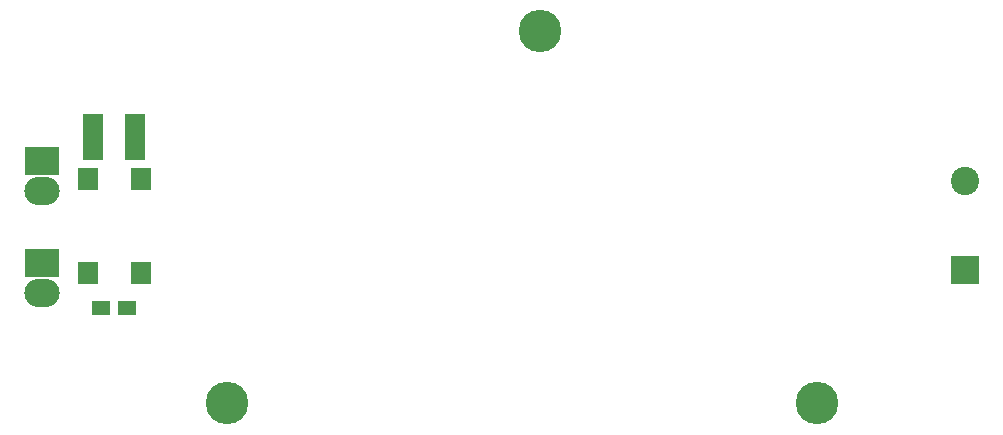
<source format=gbs>
G04 #@! TF.FileFunction,Soldermask,Bot*
%FSLAX46Y46*%
G04 Gerber Fmt 4.6, Leading zero omitted, Abs format (unit mm)*
G04 Created by KiCad (PCBNEW 4.0.7-e2-6376~58~ubuntu16.04.1) date Tue Sep 12 22:43:55 2017*
%MOMM*%
%LPD*%
G01*
G04 APERTURE LIST*
%ADD10C,0.100000*%
%ADD11R,2.400000X2.400000*%
%ADD12C,2.400000*%
%ADD13R,1.700000X1.950000*%
%ADD14R,1.600000X1.300000*%
%ADD15R,1.670000X1.370000*%
%ADD16R,3.000000X2.400000*%
%ADD17O,3.000000X2.400000*%
%ADD18C,3.600000*%
G04 APERTURE END LIST*
D10*
D11*
X178500000Y-97750000D03*
D12*
X178500000Y-90150000D03*
D13*
X104250000Y-97980000D03*
X108750000Y-97980000D03*
X108750000Y-90020000D03*
X104250000Y-90020000D03*
D14*
X105314000Y-100924000D03*
X107514000Y-100924000D03*
D15*
X104636000Y-85176000D03*
X104636000Y-86446000D03*
X104636000Y-87716000D03*
D16*
X100318000Y-88478000D03*
D17*
X100318000Y-91018000D03*
D16*
X100318000Y-97114000D03*
D17*
X100318000Y-99654000D03*
D15*
X108192000Y-87716000D03*
X108192000Y-86446000D03*
X108192000Y-85176000D03*
D18*
X116000000Y-109000000D03*
X166000000Y-109000000D03*
X142500000Y-77500000D03*
M02*

</source>
